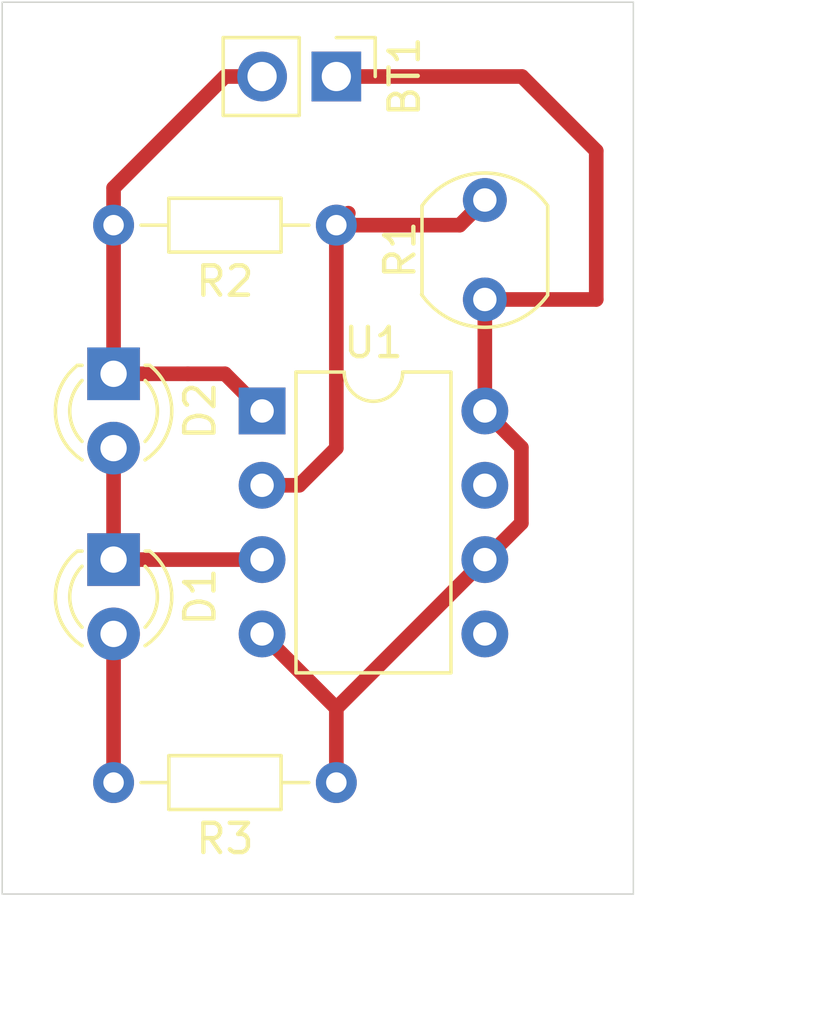
<source format=kicad_pcb>
(kicad_pcb (version 20171130) (host pcbnew "(5.1.9)-1")

  (general
    (thickness 1.6)
    (drawings 6)
    (tracks 27)
    (zones 0)
    (modules 7)
    (nets 8)
  )

  (page A4)
  (layers
    (0 F.Cu signal)
    (31 B.Cu signal)
    (32 B.Adhes user)
    (33 F.Adhes user)
    (34 B.Paste user)
    (35 F.Paste user)
    (36 B.SilkS user)
    (37 F.SilkS user)
    (38 B.Mask user)
    (39 F.Mask user)
    (40 Dwgs.User user)
    (41 Cmts.User user)
    (42 Eco1.User user)
    (43 Eco2.User user)
    (44 Edge.Cuts user)
    (45 Margin user)
    (46 B.CrtYd user)
    (47 F.CrtYd user)
    (48 B.Fab user)
    (49 F.Fab user)
  )

  (setup
    (last_trace_width 0.5)
    (user_trace_width 1)
    (trace_clearance 0.2)
    (zone_clearance 0.508)
    (zone_45_only no)
    (trace_min 0.2)
    (via_size 0.8)
    (via_drill 0.4)
    (via_min_size 0.4)
    (via_min_drill 0.3)
    (uvia_size 0.3)
    (uvia_drill 0.1)
    (uvias_allowed no)
    (uvia_min_size 0.2)
    (uvia_min_drill 0.1)
    (edge_width 0.05)
    (segment_width 0.2)
    (pcb_text_width 0.3)
    (pcb_text_size 1.5 1.5)
    (mod_edge_width 0.12)
    (mod_text_size 1 1)
    (mod_text_width 0.15)
    (pad_size 1.524 1.524)
    (pad_drill 0.762)
    (pad_to_mask_clearance 0)
    (aux_axis_origin 0 0)
    (visible_elements 7FFDFFFF)
    (pcbplotparams
      (layerselection 0x010fc_ffffffff)
      (usegerberextensions false)
      (usegerberattributes true)
      (usegerberadvancedattributes true)
      (creategerberjobfile true)
      (excludeedgelayer true)
      (linewidth 0.100000)
      (plotframeref false)
      (viasonmask false)
      (mode 1)
      (useauxorigin false)
      (hpglpennumber 1)
      (hpglpenspeed 20)
      (hpglpendiameter 15.000000)
      (psnegative false)
      (psa4output false)
      (plotreference true)
      (plotvalue true)
      (plotinvisibletext false)
      (padsonsilk false)
      (subtractmaskfromsilk false)
      (outputformat 1)
      (mirror false)
      (drillshape 1)
      (scaleselection 1)
      (outputdirectory ""))
  )

  (net 0 "")
  (net 1 GND)
  (net 2 "Net-(BT1-Pad1)")
  (net 3 "Net-(D1-Pad2)")
  (net 4 "Net-(D1-Pad1)")
  (net 5 "Net-(R1-Pad2)")
  (net 6 "Net-(U1-Pad7)")
  (net 7 "Net-(U1-Pad5)")

  (net_class Default "This is the default net class."
    (clearance 0.2)
    (trace_width 0.5)
    (via_dia 0.8)
    (via_drill 0.4)
    (uvia_dia 0.3)
    (uvia_drill 0.1)
    (add_net GND)
    (add_net "Net-(BT1-Pad1)")
    (add_net "Net-(D1-Pad1)")
    (add_net "Net-(D1-Pad2)")
    (add_net "Net-(R1-Pad2)")
    (add_net "Net-(U1-Pad5)")
    (add_net "Net-(U1-Pad7)")
  )

  (module Package_DIP:DIP-8_W7.62mm (layer F.Cu) (tedit 5A02E8C5) (tstamp 605AF66B)
    (at 120.65 69.85)
    (descr "8-lead though-hole mounted DIP package, row spacing 7.62 mm (300 mils)")
    (tags "THT DIP DIL PDIP 2.54mm 7.62mm 300mil")
    (path /605AADBC)
    (fp_text reference U1 (at 3.81 -2.33) (layer F.SilkS)
      (effects (font (size 1 1) (thickness 0.15)))
    )
    (fp_text value NE555P (at 3.81 9.95) (layer F.Fab)
      (effects (font (size 1 1) (thickness 0.15)))
    )
    (fp_line (start 8.7 -1.55) (end -1.1 -1.55) (layer F.CrtYd) (width 0.05))
    (fp_line (start 8.7 9.15) (end 8.7 -1.55) (layer F.CrtYd) (width 0.05))
    (fp_line (start -1.1 9.15) (end 8.7 9.15) (layer F.CrtYd) (width 0.05))
    (fp_line (start -1.1 -1.55) (end -1.1 9.15) (layer F.CrtYd) (width 0.05))
    (fp_line (start 6.46 -1.33) (end 4.81 -1.33) (layer F.SilkS) (width 0.12))
    (fp_line (start 6.46 8.95) (end 6.46 -1.33) (layer F.SilkS) (width 0.12))
    (fp_line (start 1.16 8.95) (end 6.46 8.95) (layer F.SilkS) (width 0.12))
    (fp_line (start 1.16 -1.33) (end 1.16 8.95) (layer F.SilkS) (width 0.12))
    (fp_line (start 2.81 -1.33) (end 1.16 -1.33) (layer F.SilkS) (width 0.12))
    (fp_line (start 0.635 -0.27) (end 1.635 -1.27) (layer F.Fab) (width 0.1))
    (fp_line (start 0.635 8.89) (end 0.635 -0.27) (layer F.Fab) (width 0.1))
    (fp_line (start 6.985 8.89) (end 0.635 8.89) (layer F.Fab) (width 0.1))
    (fp_line (start 6.985 -1.27) (end 6.985 8.89) (layer F.Fab) (width 0.1))
    (fp_line (start 1.635 -1.27) (end 6.985 -1.27) (layer F.Fab) (width 0.1))
    (fp_text user %R (at 3.81 3.81) (layer F.Fab)
      (effects (font (size 1 1) (thickness 0.15)))
    )
    (fp_arc (start 3.81 -1.33) (end 2.81 -1.33) (angle -180) (layer F.SilkS) (width 0.12))
    (pad 8 thru_hole oval (at 7.62 0) (size 1.6 1.6) (drill 0.8) (layers *.Cu *.Mask)
      (net 2 "Net-(BT1-Pad1)"))
    (pad 4 thru_hole oval (at 0 7.62) (size 1.6 1.6) (drill 0.8) (layers *.Cu *.Mask)
      (net 2 "Net-(BT1-Pad1)"))
    (pad 7 thru_hole oval (at 7.62 2.54) (size 1.6 1.6) (drill 0.8) (layers *.Cu *.Mask)
      (net 6 "Net-(U1-Pad7)"))
    (pad 3 thru_hole oval (at 0 5.08) (size 1.6 1.6) (drill 0.8) (layers *.Cu *.Mask)
      (net 4 "Net-(D1-Pad1)"))
    (pad 6 thru_hole oval (at 7.62 5.08) (size 1.6 1.6) (drill 0.8) (layers *.Cu *.Mask)
      (net 2 "Net-(BT1-Pad1)"))
    (pad 2 thru_hole oval (at 0 2.54) (size 1.6 1.6) (drill 0.8) (layers *.Cu *.Mask)
      (net 5 "Net-(R1-Pad2)"))
    (pad 5 thru_hole oval (at 7.62 7.62) (size 1.6 1.6) (drill 0.8) (layers *.Cu *.Mask)
      (net 7 "Net-(U1-Pad5)"))
    (pad 1 thru_hole rect (at 0 0) (size 1.6 1.6) (drill 0.8) (layers *.Cu *.Mask)
      (net 1 GND))
    (model ${KISYS3DMOD}/Package_DIP.3dshapes/DIP-8_W7.62mm.wrl
      (at (xyz 0 0 0))
      (scale (xyz 1 1 1))
      (rotate (xyz 0 0 0))
    )
  )

  (module Resistor_THT:R_Axial_DIN0204_L3.6mm_D1.6mm_P7.62mm_Horizontal (layer F.Cu) (tedit 5AE5139B) (tstamp 605AF64F)
    (at 123.19 82.55 180)
    (descr "Resistor, Axial_DIN0204 series, Axial, Horizontal, pin pitch=7.62mm, 0.167W, length*diameter=3.6*1.6mm^2, http://cdn-reichelt.de/documents/datenblatt/B400/1_4W%23YAG.pdf")
    (tags "Resistor Axial_DIN0204 series Axial Horizontal pin pitch 7.62mm 0.167W length 3.6mm diameter 1.6mm")
    (path /6054D757)
    (fp_text reference R3 (at 3.81 -1.92) (layer F.SilkS)
      (effects (font (size 1 1) (thickness 0.15)))
    )
    (fp_text value 330E (at 3.81 1.92) (layer F.Fab)
      (effects (font (size 1 1) (thickness 0.15)))
    )
    (fp_line (start 8.57 -1.05) (end -0.95 -1.05) (layer F.CrtYd) (width 0.05))
    (fp_line (start 8.57 1.05) (end 8.57 -1.05) (layer F.CrtYd) (width 0.05))
    (fp_line (start -0.95 1.05) (end 8.57 1.05) (layer F.CrtYd) (width 0.05))
    (fp_line (start -0.95 -1.05) (end -0.95 1.05) (layer F.CrtYd) (width 0.05))
    (fp_line (start 6.68 0) (end 5.73 0) (layer F.SilkS) (width 0.12))
    (fp_line (start 0.94 0) (end 1.89 0) (layer F.SilkS) (width 0.12))
    (fp_line (start 5.73 -0.92) (end 1.89 -0.92) (layer F.SilkS) (width 0.12))
    (fp_line (start 5.73 0.92) (end 5.73 -0.92) (layer F.SilkS) (width 0.12))
    (fp_line (start 1.89 0.92) (end 5.73 0.92) (layer F.SilkS) (width 0.12))
    (fp_line (start 1.89 -0.92) (end 1.89 0.92) (layer F.SilkS) (width 0.12))
    (fp_line (start 7.62 0) (end 5.61 0) (layer F.Fab) (width 0.1))
    (fp_line (start 0 0) (end 2.01 0) (layer F.Fab) (width 0.1))
    (fp_line (start 5.61 -0.8) (end 2.01 -0.8) (layer F.Fab) (width 0.1))
    (fp_line (start 5.61 0.8) (end 5.61 -0.8) (layer F.Fab) (width 0.1))
    (fp_line (start 2.01 0.8) (end 5.61 0.8) (layer F.Fab) (width 0.1))
    (fp_line (start 2.01 -0.8) (end 2.01 0.8) (layer F.Fab) (width 0.1))
    (fp_text user %R (at 3.81 0) (layer F.Fab)
      (effects (font (size 0.72 0.72) (thickness 0.108)))
    )
    (pad 2 thru_hole oval (at 7.62 0 180) (size 1.4 1.4) (drill 0.7) (layers *.Cu *.Mask)
      (net 3 "Net-(D1-Pad2)"))
    (pad 1 thru_hole circle (at 0 0 180) (size 1.4 1.4) (drill 0.7) (layers *.Cu *.Mask)
      (net 2 "Net-(BT1-Pad1)"))
    (model ${KISYS3DMOD}/Resistor_THT.3dshapes/R_Axial_DIN0204_L3.6mm_D1.6mm_P7.62mm_Horizontal.wrl
      (at (xyz 0 0 0))
      (scale (xyz 1 1 1))
      (rotate (xyz 0 0 0))
    )
  )

  (module Resistor_THT:R_Axial_DIN0204_L3.6mm_D1.6mm_P7.62mm_Horizontal (layer F.Cu) (tedit 5AE5139B) (tstamp 605AF638)
    (at 123.19 63.5 180)
    (descr "Resistor, Axial_DIN0204 series, Axial, Horizontal, pin pitch=7.62mm, 0.167W, length*diameter=3.6*1.6mm^2, http://cdn-reichelt.de/documents/datenblatt/B400/1_4W%23YAG.pdf")
    (tags "Resistor Axial_DIN0204 series Axial Horizontal pin pitch 7.62mm 0.167W length 3.6mm diameter 1.6mm")
    (path /6054DB5C)
    (fp_text reference R2 (at 3.81 -1.92) (layer F.SilkS)
      (effects (font (size 1 1) (thickness 0.15)))
    )
    (fp_text value 47K (at 3.81 1.92) (layer F.Fab)
      (effects (font (size 1 1) (thickness 0.15)))
    )
    (fp_line (start 8.57 -1.05) (end -0.95 -1.05) (layer F.CrtYd) (width 0.05))
    (fp_line (start 8.57 1.05) (end 8.57 -1.05) (layer F.CrtYd) (width 0.05))
    (fp_line (start -0.95 1.05) (end 8.57 1.05) (layer F.CrtYd) (width 0.05))
    (fp_line (start -0.95 -1.05) (end -0.95 1.05) (layer F.CrtYd) (width 0.05))
    (fp_line (start 6.68 0) (end 5.73 0) (layer F.SilkS) (width 0.12))
    (fp_line (start 0.94 0) (end 1.89 0) (layer F.SilkS) (width 0.12))
    (fp_line (start 5.73 -0.92) (end 1.89 -0.92) (layer F.SilkS) (width 0.12))
    (fp_line (start 5.73 0.92) (end 5.73 -0.92) (layer F.SilkS) (width 0.12))
    (fp_line (start 1.89 0.92) (end 5.73 0.92) (layer F.SilkS) (width 0.12))
    (fp_line (start 1.89 -0.92) (end 1.89 0.92) (layer F.SilkS) (width 0.12))
    (fp_line (start 7.62 0) (end 5.61 0) (layer F.Fab) (width 0.1))
    (fp_line (start 0 0) (end 2.01 0) (layer F.Fab) (width 0.1))
    (fp_line (start 5.61 -0.8) (end 2.01 -0.8) (layer F.Fab) (width 0.1))
    (fp_line (start 5.61 0.8) (end 5.61 -0.8) (layer F.Fab) (width 0.1))
    (fp_line (start 2.01 0.8) (end 5.61 0.8) (layer F.Fab) (width 0.1))
    (fp_line (start 2.01 -0.8) (end 2.01 0.8) (layer F.Fab) (width 0.1))
    (fp_text user %R (at 3.81 0) (layer F.Fab)
      (effects (font (size 0.72 0.72) (thickness 0.108)))
    )
    (pad 2 thru_hole oval (at 7.62 0 180) (size 1.4 1.4) (drill 0.7) (layers *.Cu *.Mask)
      (net 1 GND))
    (pad 1 thru_hole circle (at 0 0 180) (size 1.4 1.4) (drill 0.7) (layers *.Cu *.Mask)
      (net 5 "Net-(R1-Pad2)"))
    (model ${KISYS3DMOD}/Resistor_THT.3dshapes/R_Axial_DIN0204_L3.6mm_D1.6mm_P7.62mm_Horizontal.wrl
      (at (xyz 0 0 0))
      (scale (xyz 1 1 1))
      (rotate (xyz 0 0 0))
    )
  )

  (module OptoDevice:R_LDR_5.1x4.3mm_P3.4mm_Vertical (layer F.Cu) (tedit 5B8603DB) (tstamp 605AF621)
    (at 128.27 66.04 90)
    (descr "Resistor, LDR 5.1x3.4mm, see http://yourduino.com/docs/Photoresistor-5516-datasheet.pdf")
    (tags "Resistor LDR5.1x3.4mm")
    (path /6054C5C7)
    (fp_text reference R1 (at 1.7 -2.9 90) (layer F.SilkS)
      (effects (font (size 1 1) (thickness 0.15)))
    )
    (fp_text value LDR07 (at 1.5 3 90) (layer F.Fab)
      (effects (font (size 1 1) (thickness 0.15)))
    )
    (fp_line (start 4.53 2.35) (end -1.13 2.35) (layer F.CrtYd) (width 0.05))
    (fp_line (start 4.53 2.35) (end 4.53 -2.35) (layer F.CrtYd) (width 0.05))
    (fp_line (start -1.13 -2.35) (end -1.13 2.35) (layer F.CrtYd) (width 0.05))
    (fp_line (start -1.13 -2.35) (end 4.53 -2.35) (layer F.CrtYd) (width 0.05))
    (fp_line (start 0.2 -2.1) (end 3.2 -2.1) (layer F.Fab) (width 0.1))
    (fp_line (start 3.2 2.1) (end 0.2 2.1) (layer F.Fab) (width 0.1))
    (fp_line (start 0.8 1.8) (end 2.6 1.8) (layer F.Fab) (width 0.1))
    (fp_line (start 0.8 1.2) (end 0.8 1.8) (layer F.Fab) (width 0.1))
    (fp_line (start 2.6 1.2) (end 0.8 1.2) (layer F.Fab) (width 0.1))
    (fp_line (start 2.6 0.6) (end 2.6 1.2) (layer F.Fab) (width 0.1))
    (fp_line (start 1 0) (end 1 0.6) (layer F.Fab) (width 0.1))
    (fp_line (start 0.8 -1.2) (end 0.8 -0.6) (layer F.Fab) (width 0.1))
    (fp_line (start 2.6 -1.2) (end 0.8 -1.2) (layer F.Fab) (width 0.1))
    (fp_line (start 2.6 -1.8) (end 2.6 -1.2) (layer F.Fab) (width 0.1))
    (fp_line (start 0.8 -1.8) (end 2.6 -1.8) (layer F.Fab) (width 0.1))
    (fp_line (start 2.6 0.6) (end 1 0.6) (layer F.Fab) (width 0.1))
    (fp_line (start 2.3 -0.6) (end 0.8 -0.6) (layer F.Fab) (width 0.1))
    (fp_line (start 2.3 0) (end 2.3 -0.6) (layer F.Fab) (width 0.1))
    (fp_line (start 1 0) (end 2.3 0) (layer F.Fab) (width 0.1))
    (fp_line (start 0.15 -2.15) (end 3.2 -2.15) (layer F.SilkS) (width 0.12))
    (fp_line (start 0.15 2.15) (end 3.2 2.15) (layer F.SilkS) (width 0.12))
    (fp_arc (start 1.7 0) (end 0.2 2.1) (angle 109) (layer F.Fab) (width 0.1))
    (fp_arc (start 1.7 0) (end 3.2 -2.1) (angle 109) (layer F.Fab) (width 0.1))
    (fp_arc (start 1.7 0) (end 3.2 -2.15) (angle 109) (layer F.SilkS) (width 0.12))
    (fp_arc (start 1.7 0) (end 0.15 2.15) (angle 109) (layer F.SilkS) (width 0.12))
    (fp_text user %R (at 1.7 -2.9 90) (layer F.Fab)
      (effects (font (size 1 1) (thickness 0.15)))
    )
    (pad 2 thru_hole circle (at 3.4 0 90) (size 1.5 1.5) (drill 0.8) (layers *.Cu *.Mask)
      (net 5 "Net-(R1-Pad2)"))
    (pad 1 thru_hole circle (at 0 0 90) (size 1.5 1.5) (drill 0.8) (layers *.Cu *.Mask)
      (net 2 "Net-(BT1-Pad1)"))
    (model ${KISYS3DMOD}/OptoDevice.3dshapes/R_LDR_5.1x4.3mm_P3.4mm_Vertical.wrl
      (at (xyz 0 0 0))
      (scale (xyz 1 1 1))
      (rotate (xyz 0 0 0))
    )
  )

  (module LED_THT:LED_D3.0mm (layer F.Cu) (tedit 587A3A7B) (tstamp 605AF601)
    (at 115.57 68.58 270)
    (descr "LED, diameter 3.0mm, 2 pins")
    (tags "LED diameter 3.0mm 2 pins")
    (path /6054E5AC)
    (fp_text reference D2 (at 1.27 -2.96 90) (layer F.SilkS)
      (effects (font (size 1 1) (thickness 0.15)))
    )
    (fp_text value LED (at 1.27 2.96 90) (layer F.Fab)
      (effects (font (size 1 1) (thickness 0.15)))
    )
    (fp_line (start 3.7 -2.25) (end -1.15 -2.25) (layer F.CrtYd) (width 0.05))
    (fp_line (start 3.7 2.25) (end 3.7 -2.25) (layer F.CrtYd) (width 0.05))
    (fp_line (start -1.15 2.25) (end 3.7 2.25) (layer F.CrtYd) (width 0.05))
    (fp_line (start -1.15 -2.25) (end -1.15 2.25) (layer F.CrtYd) (width 0.05))
    (fp_line (start -0.29 1.08) (end -0.29 1.236) (layer F.SilkS) (width 0.12))
    (fp_line (start -0.29 -1.236) (end -0.29 -1.08) (layer F.SilkS) (width 0.12))
    (fp_line (start -0.23 -1.16619) (end -0.23 1.16619) (layer F.Fab) (width 0.1))
    (fp_circle (center 1.27 0) (end 2.77 0) (layer F.Fab) (width 0.1))
    (fp_arc (start 1.27 0) (end 0.229039 1.08) (angle -87.9) (layer F.SilkS) (width 0.12))
    (fp_arc (start 1.27 0) (end 0.229039 -1.08) (angle 87.9) (layer F.SilkS) (width 0.12))
    (fp_arc (start 1.27 0) (end -0.29 1.235516) (angle -108.8) (layer F.SilkS) (width 0.12))
    (fp_arc (start 1.27 0) (end -0.29 -1.235516) (angle 108.8) (layer F.SilkS) (width 0.12))
    (fp_arc (start 1.27 0) (end -0.23 -1.16619) (angle 284.3) (layer F.Fab) (width 0.1))
    (pad 2 thru_hole circle (at 2.54 0 270) (size 1.8 1.8) (drill 0.9) (layers *.Cu *.Mask)
      (net 4 "Net-(D1-Pad1)"))
    (pad 1 thru_hole rect (at 0 0 270) (size 1.8 1.8) (drill 0.9) (layers *.Cu *.Mask)
      (net 1 GND))
    (model ${KISYS3DMOD}/LED_THT.3dshapes/LED_D3.0mm.wrl
      (at (xyz 0 0 0))
      (scale (xyz 1 1 1))
      (rotate (xyz 0 0 0))
    )
  )

  (module LED_THT:LED_D3.0mm (layer F.Cu) (tedit 587A3A7B) (tstamp 605AF5EE)
    (at 115.57 74.93 270)
    (descr "LED, diameter 3.0mm, 2 pins")
    (tags "LED diameter 3.0mm 2 pins")
    (path /6054E111)
    (fp_text reference D1 (at 1.27 -2.96 90) (layer F.SilkS)
      (effects (font (size 1 1) (thickness 0.15)))
    )
    (fp_text value LED (at 1.27 2.96 90) (layer F.Fab)
      (effects (font (size 1 1) (thickness 0.15)))
    )
    (fp_line (start 3.7 -2.25) (end -1.15 -2.25) (layer F.CrtYd) (width 0.05))
    (fp_line (start 3.7 2.25) (end 3.7 -2.25) (layer F.CrtYd) (width 0.05))
    (fp_line (start -1.15 2.25) (end 3.7 2.25) (layer F.CrtYd) (width 0.05))
    (fp_line (start -1.15 -2.25) (end -1.15 2.25) (layer F.CrtYd) (width 0.05))
    (fp_line (start -0.29 1.08) (end -0.29 1.236) (layer F.SilkS) (width 0.12))
    (fp_line (start -0.29 -1.236) (end -0.29 -1.08) (layer F.SilkS) (width 0.12))
    (fp_line (start -0.23 -1.16619) (end -0.23 1.16619) (layer F.Fab) (width 0.1))
    (fp_circle (center 1.27 0) (end 2.77 0) (layer F.Fab) (width 0.1))
    (fp_arc (start 1.27 0) (end 0.229039 1.08) (angle -87.9) (layer F.SilkS) (width 0.12))
    (fp_arc (start 1.27 0) (end 0.229039 -1.08) (angle 87.9) (layer F.SilkS) (width 0.12))
    (fp_arc (start 1.27 0) (end -0.29 1.235516) (angle -108.8) (layer F.SilkS) (width 0.12))
    (fp_arc (start 1.27 0) (end -0.29 -1.235516) (angle 108.8) (layer F.SilkS) (width 0.12))
    (fp_arc (start 1.27 0) (end -0.23 -1.16619) (angle 284.3) (layer F.Fab) (width 0.1))
    (pad 2 thru_hole circle (at 2.54 0 270) (size 1.8 1.8) (drill 0.9) (layers *.Cu *.Mask)
      (net 3 "Net-(D1-Pad2)"))
    (pad 1 thru_hole rect (at 0 0 270) (size 1.8 1.8) (drill 0.9) (layers *.Cu *.Mask)
      (net 4 "Net-(D1-Pad1)"))
    (model ${KISYS3DMOD}/LED_THT.3dshapes/LED_D3.0mm.wrl
      (at (xyz 0 0 0))
      (scale (xyz 1 1 1))
      (rotate (xyz 0 0 0))
    )
  )

  (module Connector_PinHeader_2.54mm:PinHeader_1x02_P2.54mm_Vertical (layer F.Cu) (tedit 59FED5CC) (tstamp 605AF5DB)
    (at 123.19 58.42 270)
    (descr "Through hole straight pin header, 1x02, 2.54mm pitch, single row")
    (tags "Through hole pin header THT 1x02 2.54mm single row")
    (path /6058D6CD)
    (fp_text reference BT1 (at 0 -2.33 90) (layer F.SilkS)
      (effects (font (size 1 1) (thickness 0.15)))
    )
    (fp_text value 9V (at 0 4.87 90) (layer F.Fab)
      (effects (font (size 1 1) (thickness 0.15)))
    )
    (fp_line (start 1.8 -1.8) (end -1.8 -1.8) (layer F.CrtYd) (width 0.05))
    (fp_line (start 1.8 4.35) (end 1.8 -1.8) (layer F.CrtYd) (width 0.05))
    (fp_line (start -1.8 4.35) (end 1.8 4.35) (layer F.CrtYd) (width 0.05))
    (fp_line (start -1.8 -1.8) (end -1.8 4.35) (layer F.CrtYd) (width 0.05))
    (fp_line (start -1.33 -1.33) (end 0 -1.33) (layer F.SilkS) (width 0.12))
    (fp_line (start -1.33 0) (end -1.33 -1.33) (layer F.SilkS) (width 0.12))
    (fp_line (start -1.33 1.27) (end 1.33 1.27) (layer F.SilkS) (width 0.12))
    (fp_line (start 1.33 1.27) (end 1.33 3.87) (layer F.SilkS) (width 0.12))
    (fp_line (start -1.33 1.27) (end -1.33 3.87) (layer F.SilkS) (width 0.12))
    (fp_line (start -1.33 3.87) (end 1.33 3.87) (layer F.SilkS) (width 0.12))
    (fp_line (start -1.27 -0.635) (end -0.635 -1.27) (layer F.Fab) (width 0.1))
    (fp_line (start -1.27 3.81) (end -1.27 -0.635) (layer F.Fab) (width 0.1))
    (fp_line (start 1.27 3.81) (end -1.27 3.81) (layer F.Fab) (width 0.1))
    (fp_line (start 1.27 -1.27) (end 1.27 3.81) (layer F.Fab) (width 0.1))
    (fp_line (start -0.635 -1.27) (end 1.27 -1.27) (layer F.Fab) (width 0.1))
    (fp_text user %R (at 0 1.27) (layer F.Fab)
      (effects (font (size 1 1) (thickness 0.15)))
    )
    (pad 2 thru_hole oval (at 0 2.54 270) (size 1.7 1.7) (drill 1) (layers *.Cu *.Mask)
      (net 1 GND))
    (pad 1 thru_hole rect (at 0 0 270) (size 1.7 1.7) (drill 1) (layers *.Cu *.Mask)
      (net 2 "Net-(BT1-Pad1)"))
    (model ${KISYS3DMOD}/Connector_PinHeader_2.54mm.3dshapes/PinHeader_1x02_P2.54mm_Vertical.wrl
      (at (xyz 0 0 0))
      (scale (xyz 1 1 1))
      (rotate (xyz 0 0 0))
    )
  )

  (dimension 30.48 (width 0.15) (layer Dwgs.User)
    (gr_text "30.480 mm" (at 138.46 71.12 90) (layer Dwgs.User)
      (effects (font (size 1 1) (thickness 0.15)))
    )
    (feature1 (pts (xy 133.35 55.88) (xy 137.746421 55.88)))
    (feature2 (pts (xy 133.35 86.36) (xy 137.746421 86.36)))
    (crossbar (pts (xy 137.16 86.36) (xy 137.16 55.88)))
    (arrow1a (pts (xy 137.16 55.88) (xy 137.746421 57.006504)))
    (arrow1b (pts (xy 137.16 55.88) (xy 136.573579 57.006504)))
    (arrow2a (pts (xy 137.16 86.36) (xy 137.746421 85.233496)))
    (arrow2b (pts (xy 137.16 86.36) (xy 136.573579 85.233496)))
  )
  (dimension 21.59 (width 0.15) (layer Dwgs.User)
    (gr_text "21.590 mm" (at 122.555 91.47) (layer Dwgs.User)
      (effects (font (size 1 1) (thickness 0.15)))
    )
    (feature1 (pts (xy 133.35 86.36) (xy 133.35 90.756421)))
    (feature2 (pts (xy 111.76 86.36) (xy 111.76 90.756421)))
    (crossbar (pts (xy 111.76 90.17) (xy 133.35 90.17)))
    (arrow1a (pts (xy 133.35 90.17) (xy 132.223496 90.756421)))
    (arrow1b (pts (xy 133.35 90.17) (xy 132.223496 89.583579)))
    (arrow2a (pts (xy 111.76 90.17) (xy 112.886504 90.756421)))
    (arrow2b (pts (xy 111.76 90.17) (xy 112.886504 89.583579)))
  )
  (gr_line (start 133.35 55.88) (end 111.76 55.88) (layer Edge.Cuts) (width 0.05) (tstamp 605B1EDD))
  (gr_line (start 133.35 86.36) (end 133.35 55.88) (layer Edge.Cuts) (width 0.05))
  (gr_line (start 111.76 86.36) (end 133.35 86.36) (layer Edge.Cuts) (width 0.05))
  (gr_line (start 111.76 55.88) (end 111.76 86.36) (layer Edge.Cuts) (width 0.05))

  (segment (start 119.38 68.58) (end 120.65 69.85) (width 0.5) (layer F.Cu) (net 1))
  (segment (start 115.57 68.58) (end 118.11 68.58) (width 0.5) (layer F.Cu) (net 1))
  (segment (start 118.11 68.58) (end 119.38 68.58) (width 0.5) (layer F.Cu) (net 1))
  (segment (start 115.57 68.58) (end 115.57 63.5) (width 0.5) (layer F.Cu) (net 1))
  (segment (start 115.57 63.5) (end 115.57 62.23) (width 0.5) (layer F.Cu) (net 1))
  (segment (start 119.38 58.42) (end 120.65 58.42) (width 0.5) (layer F.Cu) (net 1))
  (segment (start 115.57 62.23) (end 119.38 58.42) (width 0.5) (layer F.Cu) (net 1))
  (segment (start 123.19 80.01) (end 120.65 77.47) (width 0.5) (layer F.Cu) (net 2))
  (segment (start 123.19 82.55) (end 123.19 80.01) (width 0.5) (layer F.Cu) (net 2))
  (segment (start 128.27 74.93) (end 123.19 80.01) (width 0.5) (layer F.Cu) (net 2))
  (segment (start 129.520001 71.100001) (end 128.27 69.85) (width 0.5) (layer F.Cu) (net 2))
  (segment (start 129.520001 73.679999) (end 129.520001 71.100001) (width 0.5) (layer F.Cu) (net 2))
  (segment (start 128.27 74.93) (end 129.520001 73.679999) (width 0.5) (layer F.Cu) (net 2))
  (segment (start 123.19 58.42) (end 129.54 58.42) (width 0.5) (layer F.Cu) (net 2))
  (segment (start 129.54 58.42) (end 132.08 60.96) (width 0.5) (layer F.Cu) (net 2))
  (segment (start 132.08 60.96) (end 132.08 66.04) (width 0.5) (layer F.Cu) (net 2))
  (segment (start 132.08 66.04) (end 128.27 66.04) (width 0.5) (layer F.Cu) (net 2))
  (segment (start 128.27 69.85) (end 128.27 66.04) (width 0.5) (layer F.Cu) (net 2))
  (segment (start 115.57 77.47) (end 115.57 82.55) (width 0.5) (layer F.Cu) (net 3))
  (segment (start 115.57 74.93) (end 115.57 71.12) (width 0.5) (layer F.Cu) (net 4))
  (segment (start 115.57 74.93) (end 120.65 74.93) (width 0.5) (layer F.Cu) (net 4))
  (segment (start 123.6 63.09) (end 123.19 63.5) (width 0.5) (layer F.Cu) (net 5))
  (segment (start 120.65 72.39) (end 121.92 72.39) (width 0.5) (layer F.Cu) (net 5))
  (segment (start 121.92 72.39) (end 123.19 71.12) (width 0.5) (layer F.Cu) (net 5))
  (segment (start 123.19 71.12) (end 123.19 63.5) (width 0.5) (layer F.Cu) (net 5))
  (segment (start 127.41 63.5) (end 128.27 62.64) (width 0.5) (layer F.Cu) (net 5))
  (segment (start 123.19 63.5) (end 127.41 63.5) (width 0.5) (layer F.Cu) (net 5))

)

</source>
